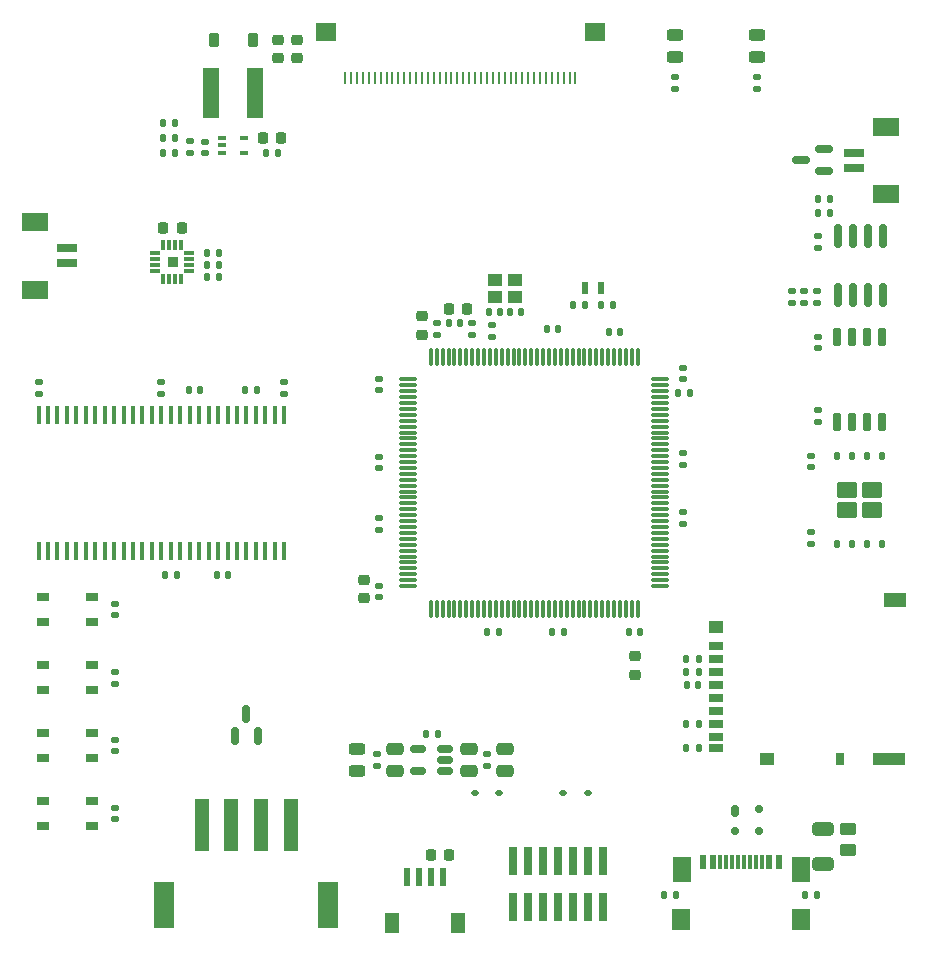
<source format=gbr>
%TF.GenerationSoftware,KiCad,Pcbnew,8.0.1*%
%TF.CreationDate,2024-05-16T14:55:53+07:00*%
%TF.ProjectId,H743_LCD_dev,48373433-5f4c-4434-945f-6465762e6b69,rev?*%
%TF.SameCoordinates,Original*%
%TF.FileFunction,Paste,Top*%
%TF.FilePolarity,Positive*%
%FSLAX46Y46*%
G04 Gerber Fmt 4.6, Leading zero omitted, Abs format (unit mm)*
G04 Created by KiCad (PCBNEW 8.0.1) date 2024-05-16 14:55:53*
%MOMM*%
%LPD*%
G01*
G04 APERTURE LIST*
G04 Aperture macros list*
%AMRoundRect*
0 Rectangle with rounded corners*
0 $1 Rounding radius*
0 $2 $3 $4 $5 $6 $7 $8 $9 X,Y pos of 4 corners*
0 Add a 4 corners polygon primitive as box body*
4,1,4,$2,$3,$4,$5,$6,$7,$8,$9,$2,$3,0*
0 Add four circle primitives for the rounded corners*
1,1,$1+$1,$2,$3*
1,1,$1+$1,$4,$5*
1,1,$1+$1,$6,$7*
1,1,$1+$1,$8,$9*
0 Add four rect primitives between the rounded corners*
20,1,$1+$1,$2,$3,$4,$5,0*
20,1,$1+$1,$4,$5,$6,$7,0*
20,1,$1+$1,$6,$7,$8,$9,0*
20,1,$1+$1,$8,$9,$2,$3,0*%
G04 Aperture macros list end*
%ADD10C,0.010000*%
%ADD11RoundRect,0.150000X0.587500X0.150000X-0.587500X0.150000X-0.587500X-0.150000X0.587500X-0.150000X0*%
%ADD12RoundRect,0.225000X-0.225000X-0.250000X0.225000X-0.250000X0.225000X0.250000X-0.225000X0.250000X0*%
%ADD13R,1.400000X4.200000*%
%ADD14RoundRect,0.140000X0.140000X0.170000X-0.140000X0.170000X-0.140000X-0.170000X0.140000X-0.170000X0*%
%ADD15RoundRect,0.250000X0.650000X-0.325000X0.650000X0.325000X-0.650000X0.325000X-0.650000X-0.325000X0*%
%ADD16RoundRect,0.135000X0.135000X0.185000X-0.135000X0.185000X-0.135000X-0.185000X0.135000X-0.185000X0*%
%ADD17RoundRect,0.135000X0.185000X-0.135000X0.185000X0.135000X-0.185000X0.135000X-0.185000X-0.135000X0*%
%ADD18RoundRect,0.140000X0.170000X-0.140000X0.170000X0.140000X-0.170000X0.140000X-0.170000X-0.140000X0*%
%ADD19RoundRect,0.135000X-0.185000X0.135000X-0.185000X-0.135000X0.185000X-0.135000X0.185000X0.135000X0*%
%ADD20R,0.600000X1.550000*%
%ADD21R,1.200000X1.800000*%
%ADD22R,1.200000X0.700000*%
%ADD23R,0.800000X1.000000*%
%ADD24R,1.200000X1.000000*%
%ADD25R,2.800000X1.000000*%
%ADD26R,1.900000X1.300000*%
%ADD27RoundRect,0.140000X-0.140000X-0.170000X0.140000X-0.170000X0.140000X0.170000X-0.140000X0.170000X0*%
%ADD28R,0.600000X1.100000*%
%ADD29RoundRect,0.150000X0.512500X0.150000X-0.512500X0.150000X-0.512500X-0.150000X0.512500X-0.150000X0*%
%ADD30RoundRect,0.135000X-0.135000X-0.185000X0.135000X-0.185000X0.135000X0.185000X-0.135000X0.185000X0*%
%ADD31R,0.740000X2.400000*%
%ADD32RoundRect,0.243750X-0.456250X0.243750X-0.456250X-0.243750X0.456250X-0.243750X0.456250X0.243750X0*%
%ADD33RoundRect,0.150000X0.150000X-0.825000X0.150000X0.825000X-0.150000X0.825000X-0.150000X-0.825000X0*%
%ADD34RoundRect,0.140000X-0.170000X0.140000X-0.170000X-0.140000X0.170000X-0.140000X0.170000X0.140000X0*%
%ADD35RoundRect,0.250000X0.475000X-0.250000X0.475000X0.250000X-0.475000X0.250000X-0.475000X-0.250000X0*%
%ADD36RoundRect,0.100000X-0.225000X-0.100000X0.225000X-0.100000X0.225000X0.100000X-0.225000X0.100000X0*%
%ADD37RoundRect,0.225000X0.250000X-0.225000X0.250000X0.225000X-0.250000X0.225000X-0.250000X-0.225000X0*%
%ADD38R,1.050000X0.650000*%
%ADD39R,0.458000X1.510000*%
%ADD40R,0.600000X1.240000*%
%ADD41R,0.300000X1.240000*%
%ADD42RoundRect,0.112500X-0.187500X-0.112500X0.187500X-0.112500X0.187500X0.112500X-0.187500X0.112500X0*%
%ADD43R,1.150000X1.000000*%
%ADD44RoundRect,0.150000X0.150000X-0.587500X0.150000X0.587500X-0.150000X0.587500X-0.150000X-0.587500X0*%
%ADD45R,1.800000X0.700000*%
%ADD46R,2.200000X1.600000*%
%ADD47RoundRect,0.018900X0.411100X0.116100X-0.411100X0.116100X-0.411100X-0.116100X0.411100X-0.116100X0*%
%ADD48RoundRect,0.018900X-0.116100X0.411100X-0.116100X-0.411100X0.116100X-0.411100X0.116100X0.411100X0*%
%ADD49RoundRect,0.018900X-0.411100X-0.116100X0.411100X-0.116100X0.411100X0.116100X-0.411100X0.116100X0*%
%ADD50RoundRect,0.018900X0.116100X-0.411100X0.116100X0.411100X-0.116100X0.411100X-0.116100X-0.411100X0*%
%ADD51RoundRect,0.250000X0.450000X-0.262500X0.450000X0.262500X-0.450000X0.262500X-0.450000X-0.262500X0*%
%ADD52RoundRect,0.225000X0.225000X0.375000X-0.225000X0.375000X-0.225000X-0.375000X0.225000X-0.375000X0*%
%ADD53RoundRect,0.250000X0.615000X-0.435000X0.615000X0.435000X-0.615000X0.435000X-0.615000X-0.435000X0*%
%ADD54RoundRect,0.125000X0.125000X-0.200000X0.125000X0.200000X-0.125000X0.200000X-0.125000X-0.200000X0*%
%ADD55RoundRect,0.150000X0.150000X-0.650000X0.150000X0.650000X-0.150000X0.650000X-0.150000X-0.650000X0*%
%ADD56R,0.250000X1.100000*%
%ADD57R,1.700000X1.500000*%
%ADD58RoundRect,0.225000X-0.250000X0.225000X-0.250000X-0.225000X0.250000X-0.225000X0.250000X0.225000X0*%
%ADD59RoundRect,0.175000X-0.175000X-0.325000X0.175000X-0.325000X0.175000X0.325000X-0.175000X0.325000X0*%
%ADD60RoundRect,0.150000X-0.200000X-0.150000X0.200000X-0.150000X0.200000X0.150000X-0.200000X0.150000X0*%
%ADD61RoundRect,0.075000X-0.075000X0.662500X-0.075000X-0.662500X0.075000X-0.662500X0.075000X0.662500X0*%
%ADD62RoundRect,0.075000X-0.662500X0.075000X-0.662500X-0.075000X0.662500X-0.075000X0.662500X0.075000X0*%
%ADD63R,1.300000X4.500000*%
%ADD64R,1.800000X3.900000*%
G04 APERTURE END LIST*
D10*
%TO.C,U6*%
X120185500Y-69364900D02*
X119407500Y-69364900D01*
X119407500Y-68586900D01*
X120185500Y-68586900D01*
X120185500Y-69364900D01*
G36*
X120185500Y-69364900D02*
G01*
X119407500Y-69364900D01*
X119407500Y-68586900D01*
X120185500Y-68586900D01*
X120185500Y-69364900D01*
G37*
%TD*%
D11*
%TO.C,D7*%
X174952900Y-61316150D03*
X174952900Y-59416150D03*
X173077900Y-60366150D03*
%TD*%
D12*
%TO.C,C50*%
X141710100Y-119176800D03*
X143260100Y-119176800D03*
%TD*%
D13*
%TO.C,L2*%
X126807800Y-54690800D03*
X123107800Y-54690800D03*
%TD*%
D14*
%TO.C,C40*%
X147575100Y-73185700D03*
X146615100Y-73185700D03*
%TD*%
D15*
%TO.C,C43*%
X174879000Y-119915200D03*
X174879000Y-116965200D03*
%TD*%
D16*
%TO.C,R19*%
X163679600Y-80111600D03*
X162659600Y-80111600D03*
%TD*%
D17*
%TO.C,R31*%
X173329600Y-72493600D03*
X173329600Y-71473600D03*
%TD*%
D18*
%TO.C,C28*%
X114960400Y-116177000D03*
X114960400Y-115217000D03*
%TD*%
D19*
%TO.C,R1*%
X174472600Y-81485800D03*
X174472600Y-82505800D03*
%TD*%
D20*
%TO.C,J5*%
X139710100Y-121063000D03*
X140710100Y-121063000D03*
X141710100Y-121063000D03*
X142710100Y-121063000D03*
D21*
X138410100Y-124938000D03*
X144010100Y-124938000D03*
%TD*%
D16*
%TO.C,R15*%
X123758503Y-69225900D03*
X122738503Y-69225900D03*
%TD*%
D17*
%TO.C,R23*%
X169353866Y-54358000D03*
X169353866Y-53338000D03*
%TD*%
D22*
%TO.C,J1*%
X165862000Y-101475000D03*
X165862000Y-102575000D03*
X165862000Y-103675000D03*
X165862000Y-104775000D03*
X165862000Y-105875000D03*
X165862000Y-106975000D03*
X165862000Y-108075000D03*
X165862000Y-109175000D03*
X165862000Y-110125000D03*
D23*
X176362000Y-111075000D03*
D24*
X170162000Y-111075000D03*
D25*
X180512000Y-111075000D03*
D24*
X165862000Y-99925000D03*
D26*
X180962000Y-97575000D03*
%TD*%
D27*
%TO.C,C10*%
X151539000Y-74650600D03*
X152499000Y-74650600D03*
%TD*%
D18*
%TO.C,C27*%
X114960400Y-110419667D03*
X114960400Y-109459667D03*
%TD*%
D28*
%TO.C,Y2*%
X154737700Y-71215200D03*
X156137700Y-71215200D03*
%TD*%
D29*
%TO.C,U8*%
X142921300Y-112081600D03*
X142921300Y-111131600D03*
X142921300Y-110181600D03*
X140646300Y-110181600D03*
X140646300Y-112081600D03*
%TD*%
D30*
%TO.C,R16*%
X122738503Y-70232501D03*
X123758503Y-70232501D03*
%TD*%
D31*
%TO.C,J7*%
X156235400Y-119735600D03*
X156235400Y-123635600D03*
X154965400Y-119735600D03*
X154965400Y-123635600D03*
X153695400Y-119735600D03*
X153695400Y-123635600D03*
X152425400Y-119735600D03*
X152425400Y-123635600D03*
X151155400Y-119735600D03*
X151155400Y-123635600D03*
X149885400Y-119735600D03*
X149885400Y-123635600D03*
X148615400Y-119735600D03*
X148615400Y-123635600D03*
%TD*%
D32*
%TO.C,D4*%
X135483700Y-110214100D03*
X135483700Y-112089100D03*
%TD*%
D17*
%TO.C,R22*%
X146439600Y-111641600D03*
X146439600Y-110621600D03*
%TD*%
D33*
%TO.C,U7*%
X176146000Y-71766200D03*
X177416000Y-71766200D03*
X178686000Y-71766200D03*
X179956000Y-71766200D03*
X179956000Y-66816200D03*
X178686000Y-66816200D03*
X177416000Y-66816200D03*
X176146000Y-66816200D03*
%TD*%
D34*
%TO.C,C8*%
X163042600Y-90194400D03*
X163042600Y-91154400D03*
%TD*%
D16*
%TO.C,R28*%
X120015000Y-57215640D03*
X118995000Y-57215640D03*
%TD*%
D35*
%TO.C,C44*%
X138665900Y-112081600D03*
X138665900Y-110181600D03*
%TD*%
D18*
%TO.C,C14*%
X137312400Y-79857600D03*
X137312400Y-78897600D03*
%TD*%
D17*
%TO.C,R25*%
X121320440Y-59745400D03*
X121320440Y-58725400D03*
%TD*%
D14*
%TO.C,C5*%
X147433800Y-100326200D03*
X146473800Y-100326200D03*
%TD*%
D18*
%TO.C,C2*%
X118887100Y-80138600D03*
X118887100Y-79178600D03*
%TD*%
D14*
%TO.C,C38*%
X124567100Y-95478600D03*
X123607100Y-95478600D03*
%TD*%
D12*
%TO.C,C23*%
X119046500Y-66117701D03*
X120596500Y-66117701D03*
%TD*%
D16*
%TO.C,R14*%
X123758503Y-68225900D03*
X122738503Y-68225900D03*
%TD*%
D18*
%TO.C,C15*%
X137302100Y-86424400D03*
X137302100Y-85464400D03*
%TD*%
D36*
%TO.C,U5*%
X124007800Y-58445400D03*
X124007800Y-59095400D03*
X124007800Y-59745400D03*
X125907800Y-59745400D03*
X125907800Y-58445400D03*
%TD*%
D18*
%TO.C,C9*%
X145203800Y-75130600D03*
X145203800Y-74170600D03*
%TD*%
D14*
%TO.C,C7*%
X159433800Y-100326200D03*
X158473800Y-100326200D03*
%TD*%
D27*
%TO.C,C39*%
X148365100Y-73185700D03*
X149325100Y-73185700D03*
%TD*%
D34*
%TO.C,C13*%
X163042600Y-85194400D03*
X163042600Y-86154400D03*
%TD*%
D18*
%TO.C,C12*%
X163042600Y-78924400D03*
X163042600Y-77964400D03*
%TD*%
%TO.C,C1*%
X108487100Y-80138600D03*
X108487100Y-79178600D03*
%TD*%
D37*
%TO.C,C46*%
X130352800Y-51722800D03*
X130352800Y-50172800D03*
%TD*%
D18*
%TO.C,C49*%
X122574120Y-59745400D03*
X122574120Y-58785400D03*
%TD*%
D16*
%TO.C,R12*%
X174425300Y-122581900D03*
X173405300Y-122581900D03*
%TD*%
%TO.C,R29*%
X128771400Y-59745400D03*
X127751400Y-59745400D03*
%TD*%
D38*
%TO.C,SW3*%
X113030000Y-111014667D03*
X108880000Y-111014667D03*
X113030000Y-108864667D03*
X108880000Y-108864667D03*
%TD*%
D35*
%TO.C,C45*%
X147977500Y-112081600D03*
X147977500Y-110181600D03*
%TD*%
D39*
%TO.C,U2*%
X129287100Y-81924400D03*
X128487100Y-81924400D03*
X127687100Y-81924400D03*
X126887100Y-81924400D03*
X126087100Y-81924400D03*
X125287100Y-81924400D03*
X124487100Y-81924400D03*
X123687100Y-81924400D03*
X122887100Y-81924400D03*
X122087100Y-81924400D03*
X121287100Y-81924400D03*
X120487100Y-81924400D03*
X119687100Y-81924400D03*
X118887100Y-81924400D03*
X118087100Y-81924400D03*
X117287100Y-81924400D03*
X116487100Y-81924400D03*
X115687100Y-81924400D03*
X114887100Y-81924400D03*
X114087100Y-81924400D03*
X113287100Y-81924400D03*
X112487100Y-81924400D03*
X111687100Y-81924400D03*
X110887100Y-81924400D03*
X110087100Y-81924400D03*
X109287100Y-81924400D03*
X108487100Y-81924400D03*
X108487100Y-93424400D03*
X109287100Y-93424400D03*
X110087100Y-93424400D03*
X110887100Y-93424400D03*
X111687100Y-93424400D03*
X112487100Y-93424400D03*
X113287100Y-93424400D03*
X114087100Y-93424400D03*
X114887100Y-93424400D03*
X115687100Y-93424400D03*
X116487100Y-93424400D03*
X117287100Y-93424400D03*
X118087100Y-93424400D03*
X118887100Y-93424400D03*
X119687100Y-93424400D03*
X120487100Y-93424400D03*
X121287100Y-93424400D03*
X122087100Y-93424400D03*
X122887100Y-93424400D03*
X123687100Y-93424400D03*
X124487100Y-93424400D03*
X125287100Y-93424400D03*
X126087100Y-93424400D03*
X126887100Y-93424400D03*
X127687100Y-93424400D03*
X128487100Y-93424400D03*
X129287100Y-93424400D03*
%TD*%
D40*
%TO.C,J4*%
X164771700Y-119826900D03*
X165571700Y-119826900D03*
D41*
X166721700Y-119826900D03*
X167721700Y-119826900D03*
X168221700Y-119826900D03*
X169221700Y-119826900D03*
D40*
X170371700Y-119826900D03*
X171171700Y-119826900D03*
X171171700Y-119826900D03*
X170371700Y-119826900D03*
D41*
X169721700Y-119826900D03*
X168721700Y-119826900D03*
X167221700Y-119826900D03*
X166221700Y-119826900D03*
D40*
X165571700Y-119826900D03*
X164771700Y-119826900D03*
%TD*%
D14*
%TO.C,C37*%
X120167100Y-95478600D03*
X119207100Y-95478600D03*
%TD*%
%TO.C,C3*%
X122167100Y-79857600D03*
X121207100Y-79857600D03*
%TD*%
D42*
%TO.C,D10*%
X152899400Y-113976400D03*
X154999400Y-113976400D03*
%TD*%
D32*
%TO.C,D6*%
X162382200Y-49786300D03*
X162382200Y-51661300D03*
%TD*%
D12*
%TO.C,C26*%
X143233200Y-72923400D03*
X144783200Y-72923400D03*
%TD*%
D38*
%TO.C,SW1*%
X113030000Y-99500000D03*
X108880000Y-99500000D03*
X113030000Y-97350000D03*
X108880000Y-97350000D03*
%TD*%
D43*
%TO.C,Y1*%
X147095100Y-71915200D03*
X148845100Y-71915200D03*
X148845100Y-70515200D03*
X147095100Y-70515200D03*
%TD*%
D19*
%TO.C,R2*%
X173913800Y-91870400D03*
X173913800Y-92890400D03*
%TD*%
D44*
%TO.C,D9*%
X125135600Y-109141500D03*
X127035600Y-109141500D03*
X126085600Y-107266500D03*
%TD*%
D38*
%TO.C,SW4*%
X113030000Y-116772000D03*
X108880000Y-116772000D03*
X113030000Y-114622000D03*
X108880000Y-114622000D03*
%TD*%
D19*
%TO.C,R17*%
X146913600Y-74318400D03*
X146913600Y-75338400D03*
%TD*%
D16*
%TO.C,R26*%
X120015000Y-59740800D03*
X118995000Y-59740800D03*
%TD*%
D17*
%TO.C,R21*%
X137129300Y-111641600D03*
X137129300Y-110621600D03*
%TD*%
D30*
%TO.C,R8*%
X163345400Y-103675000D03*
X164365400Y-103675000D03*
%TD*%
D18*
%TO.C,C4*%
X142189200Y-75130600D03*
X142189200Y-74170600D03*
%TD*%
D45*
%TO.C,J6*%
X177497800Y-61016150D03*
X177497800Y-59766150D03*
D46*
X180197800Y-63266150D03*
X180197800Y-57516150D03*
%TD*%
D47*
%TO.C,U6*%
X121231500Y-69725900D03*
X121231500Y-69225900D03*
X121231500Y-68725900D03*
X121231500Y-68225900D03*
D48*
X120546500Y-67540900D03*
X120046500Y-67540900D03*
X119546500Y-67540900D03*
X119046500Y-67540900D03*
D49*
X118361500Y-68225900D03*
X118361500Y-68725900D03*
X118361500Y-69225900D03*
X118361500Y-69725900D03*
D50*
X119046500Y-70410900D03*
X119546500Y-70410900D03*
X120046500Y-70410900D03*
X120546500Y-70410900D03*
%TD*%
D14*
%TO.C,C41*%
X154737700Y-72612200D03*
X153777700Y-72612200D03*
%TD*%
D30*
%TO.C,R20*%
X141273800Y-108921800D03*
X142293800Y-108921800D03*
%TD*%
D27*
%TO.C,C25*%
X143233200Y-74168000D03*
X144193200Y-74168000D03*
%TD*%
D34*
%TO.C,C21*%
X173913800Y-85390400D03*
X173913800Y-86350400D03*
%TD*%
D37*
%TO.C,C19*%
X140970000Y-75130600D03*
X140970000Y-73580600D03*
%TD*%
D30*
%TO.C,R7*%
X163345400Y-108075000D03*
X164365400Y-108075000D03*
%TD*%
D17*
%TO.C,R30*%
X174371000Y-72493600D03*
X174371000Y-71473600D03*
%TD*%
D51*
%TO.C,R13*%
X176987200Y-118790200D03*
X176987200Y-116965200D03*
%TD*%
D17*
%TO.C,R32*%
X172288200Y-72493600D03*
X172288200Y-71473600D03*
%TD*%
D30*
%TO.C,R9*%
X163345400Y-102575000D03*
X164365400Y-102575000D03*
%TD*%
D52*
%TO.C,D8*%
X126620900Y-50172800D03*
X123320900Y-50172800D03*
%TD*%
D16*
%TO.C,R10*%
X164365400Y-110109000D03*
X163345400Y-110109000D03*
%TD*%
D53*
%TO.C,U1*%
X176911000Y-89990400D03*
X179061000Y-89990400D03*
X176911000Y-88290400D03*
X179061000Y-88290400D03*
D54*
X176081000Y-92890400D03*
X177351000Y-92890400D03*
X178621000Y-92890400D03*
X179891000Y-92890400D03*
X179891000Y-85390400D03*
X178621000Y-85390400D03*
X177351000Y-85390400D03*
X176081000Y-85390400D03*
%TD*%
D55*
%TO.C,U9*%
X176081000Y-82505800D03*
X177351000Y-82505800D03*
X178621000Y-82505800D03*
X179891000Y-82505800D03*
X179891000Y-75305800D03*
X178621000Y-75305800D03*
X177351000Y-75305800D03*
X176081000Y-75305800D03*
%TD*%
D14*
%TO.C,C6*%
X152933800Y-100326200D03*
X151973800Y-100326200D03*
%TD*%
D56*
%TO.C,J2*%
X153947300Y-53421500D03*
X153447300Y-53421500D03*
X152947300Y-53421500D03*
X152447300Y-53421500D03*
X151947300Y-53421500D03*
X151447300Y-53421500D03*
X150947300Y-53421500D03*
X150447300Y-53421500D03*
X149947300Y-53421500D03*
X149447300Y-53421500D03*
X148947300Y-53421500D03*
X148447300Y-53421500D03*
X147947300Y-53421500D03*
X147447300Y-53421500D03*
X146947300Y-53421500D03*
X146447300Y-53421500D03*
X145947300Y-53421500D03*
X145447300Y-53421500D03*
X144947300Y-53421500D03*
X144447300Y-53421500D03*
X143947300Y-53421500D03*
X143447300Y-53421500D03*
X142947300Y-53421500D03*
X142447300Y-53421500D03*
X141947300Y-53421500D03*
X141447300Y-53421500D03*
X140947300Y-53421500D03*
X140447300Y-53421500D03*
X139947300Y-53421500D03*
X139447300Y-53421500D03*
X138947300Y-53421500D03*
X138447300Y-53421500D03*
X137947300Y-53421500D03*
X137447300Y-53421500D03*
X136947300Y-53421500D03*
X136447300Y-53421500D03*
X135947300Y-53421500D03*
X135447300Y-53421500D03*
X134947300Y-53421500D03*
X134447300Y-53421500D03*
D57*
X155597300Y-49521500D03*
X132797300Y-49521500D03*
%TD*%
D30*
%TO.C,R11*%
X161441900Y-122581900D03*
X162461900Y-122581900D03*
%TD*%
%TO.C,R6*%
X174472600Y-64846200D03*
X175492600Y-64846200D03*
%TD*%
D37*
%TO.C,C47*%
X128752600Y-51722800D03*
X128752600Y-50172800D03*
%TD*%
D16*
%TO.C,R27*%
X120015000Y-58478220D03*
X118995000Y-58478220D03*
%TD*%
D30*
%TO.C,R5*%
X174472600Y-63627000D03*
X175492600Y-63627000D03*
%TD*%
D34*
%TO.C,C22*%
X174472600Y-75305800D03*
X174472600Y-76265800D03*
%TD*%
D18*
%TO.C,C24*%
X114960400Y-98905000D03*
X114960400Y-97945000D03*
%TD*%
D27*
%TO.C,C11*%
X156771400Y-74879200D03*
X157731400Y-74879200D03*
%TD*%
D17*
%TO.C,R18*%
X114960400Y-104699000D03*
X114960400Y-103679000D03*
%TD*%
D35*
%TO.C,C30*%
X144901700Y-112081600D03*
X144901700Y-110181600D03*
%TD*%
D18*
%TO.C,C29*%
X129287100Y-80138600D03*
X129287100Y-79178600D03*
%TD*%
D58*
%TO.C,C34*%
X136017000Y-95924400D03*
X136017000Y-97474400D03*
%TD*%
D27*
%TO.C,C42*%
X156137700Y-72612200D03*
X157097700Y-72612200D03*
%TD*%
D42*
%TO.C,D3*%
X145412100Y-113976400D03*
X147512100Y-113976400D03*
%TD*%
D14*
%TO.C,C18*%
X164335400Y-104775000D03*
X163375400Y-104775000D03*
%TD*%
%TO.C,C36*%
X126967100Y-79857600D03*
X126007100Y-79857600D03*
%TD*%
D45*
%TO.C,J8*%
X110893900Y-67831500D03*
X110893900Y-69081500D03*
D46*
X108193900Y-65581500D03*
X108193900Y-71331500D03*
%TD*%
D34*
%TO.C,C20*%
X174472600Y-66816200D03*
X174472600Y-67776200D03*
%TD*%
%TO.C,C17*%
X137302100Y-96424400D03*
X137302100Y-97384400D03*
%TD*%
D18*
%TO.C,C16*%
X137302100Y-91654400D03*
X137302100Y-90694400D03*
%TD*%
D17*
%TO.C,R24*%
X162382200Y-54358000D03*
X162382200Y-53338000D03*
%TD*%
D59*
%TO.C,D2*%
X167471700Y-115481900D03*
D60*
X167471700Y-117181900D03*
X169471700Y-117181900D03*
X169471700Y-115281900D03*
%TD*%
D32*
%TO.C,D5*%
X169353866Y-49786300D03*
X169353866Y-51661300D03*
%TD*%
D61*
%TO.C,U4*%
X159203800Y-77011900D03*
X158703800Y-77011900D03*
X158203800Y-77011900D03*
X157703800Y-77011900D03*
X157203800Y-77011900D03*
X156703800Y-77011900D03*
X156203800Y-77011900D03*
X155703800Y-77011900D03*
X155203800Y-77011900D03*
X154703800Y-77011900D03*
X154203800Y-77011900D03*
X153703800Y-77011900D03*
X153203800Y-77011900D03*
X152703800Y-77011900D03*
X152203800Y-77011900D03*
X151703800Y-77011900D03*
X151203800Y-77011900D03*
X150703800Y-77011900D03*
X150203800Y-77011900D03*
X149703800Y-77011900D03*
X149203800Y-77011900D03*
X148703800Y-77011900D03*
X148203800Y-77011900D03*
X147703800Y-77011900D03*
X147203800Y-77011900D03*
X146703800Y-77011900D03*
X146203800Y-77011900D03*
X145703800Y-77011900D03*
X145203800Y-77011900D03*
X144703800Y-77011900D03*
X144203800Y-77011900D03*
X143703800Y-77011900D03*
X143203800Y-77011900D03*
X142703800Y-77011900D03*
X142203800Y-77011900D03*
X141703800Y-77011900D03*
D62*
X139791300Y-78924400D03*
X139791300Y-79424400D03*
X139791300Y-79924400D03*
X139791300Y-80424400D03*
X139791300Y-80924400D03*
X139791300Y-81424400D03*
X139791300Y-81924400D03*
X139791300Y-82424400D03*
X139791300Y-82924400D03*
X139791300Y-83424400D03*
X139791300Y-83924400D03*
X139791300Y-84424400D03*
X139791300Y-84924400D03*
X139791300Y-85424400D03*
X139791300Y-85924400D03*
X139791300Y-86424400D03*
X139791300Y-86924400D03*
X139791300Y-87424400D03*
X139791300Y-87924400D03*
X139791300Y-88424400D03*
X139791300Y-88924400D03*
X139791300Y-89424400D03*
X139791300Y-89924400D03*
X139791300Y-90424400D03*
X139791300Y-90924400D03*
X139791300Y-91424400D03*
X139791300Y-91924400D03*
X139791300Y-92424400D03*
X139791300Y-92924400D03*
X139791300Y-93424400D03*
X139791300Y-93924400D03*
X139791300Y-94424400D03*
X139791300Y-94924400D03*
X139791300Y-95424400D03*
X139791300Y-95924400D03*
X139791300Y-96424400D03*
D61*
X141703800Y-98336900D03*
X142203800Y-98336900D03*
X142703800Y-98336900D03*
X143203800Y-98336900D03*
X143703800Y-98336900D03*
X144203800Y-98336900D03*
X144703800Y-98336900D03*
X145203800Y-98336900D03*
X145703800Y-98336900D03*
X146203800Y-98336900D03*
X146703800Y-98336900D03*
X147203800Y-98336900D03*
X147703800Y-98336900D03*
X148203800Y-98336900D03*
X148703800Y-98336900D03*
X149203800Y-98336900D03*
X149703800Y-98336900D03*
X150203800Y-98336900D03*
X150703800Y-98336900D03*
X151203800Y-98336900D03*
X151703800Y-98336900D03*
X152203800Y-98336900D03*
X152703800Y-98336900D03*
X153203800Y-98336900D03*
X153703800Y-98336900D03*
X154203800Y-98336900D03*
X154703800Y-98336900D03*
X155203800Y-98336900D03*
X155703800Y-98336900D03*
X156203800Y-98336900D03*
X156703800Y-98336900D03*
X157203800Y-98336900D03*
X157703800Y-98336900D03*
X158203800Y-98336900D03*
X158703800Y-98336900D03*
X159203800Y-98336900D03*
D62*
X161116300Y-96424400D03*
X161116300Y-95924400D03*
X161116300Y-95424400D03*
X161116300Y-94924400D03*
X161116300Y-94424400D03*
X161116300Y-93924400D03*
X161116300Y-93424400D03*
X161116300Y-92924400D03*
X161116300Y-92424400D03*
X161116300Y-91924400D03*
X161116300Y-91424400D03*
X161116300Y-90924400D03*
X161116300Y-90424400D03*
X161116300Y-89924400D03*
X161116300Y-89424400D03*
X161116300Y-88924400D03*
X161116300Y-88424400D03*
X161116300Y-87924400D03*
X161116300Y-87424400D03*
X161116300Y-86924400D03*
X161116300Y-86424400D03*
X161116300Y-85924400D03*
X161116300Y-85424400D03*
X161116300Y-84924400D03*
X161116300Y-84424400D03*
X161116300Y-83924400D03*
X161116300Y-83424400D03*
X161116300Y-82924400D03*
X161116300Y-82424400D03*
X161116300Y-81924400D03*
X161116300Y-81424400D03*
X161116300Y-80924400D03*
X161116300Y-80424400D03*
X161116300Y-79924400D03*
X161116300Y-79424400D03*
X161116300Y-78924400D03*
%TD*%
D58*
%TO.C,C35*%
X158953200Y-102374400D03*
X158953200Y-103924400D03*
%TD*%
D38*
%TO.C,SW2*%
X113030000Y-105257334D03*
X108880000Y-105257334D03*
X113030000Y-103107334D03*
X108880000Y-103107334D03*
%TD*%
D12*
%TO.C,C48*%
X127486400Y-58445400D03*
X129036400Y-58445400D03*
%TD*%
D63*
%TO.C,J9*%
X122319800Y-116644000D03*
X124819800Y-116644000D03*
X127319800Y-116644000D03*
X129819800Y-116644000D03*
D64*
X119119800Y-123444000D03*
X133019800Y-123444000D03*
%TD*%
G36*
X163685700Y-119397086D02*
G01*
X163685700Y-121455314D01*
X163685114Y-121455900D01*
X162184286Y-121455900D01*
X162183700Y-121455314D01*
X162183700Y-119397086D01*
X162184286Y-119396500D01*
X163685114Y-119396500D01*
X163685700Y-119397086D01*
G37*
G36*
X173796300Y-119397086D02*
G01*
X173796300Y-121455314D01*
X173795714Y-121455900D01*
X172294886Y-121455900D01*
X172294300Y-121455314D01*
X172294300Y-119397086D01*
X172294886Y-119396500D01*
X173795714Y-119396500D01*
X173796300Y-119397086D01*
G37*
G36*
X173796300Y-123740486D02*
G01*
X173796300Y-125519314D01*
X173795714Y-125519900D01*
X172294886Y-125519900D01*
X172294300Y-125519314D01*
X172294300Y-123740486D01*
X172294886Y-123739900D01*
X173795714Y-123739900D01*
X173796300Y-123740486D01*
G37*
G36*
X163660300Y-123740486D02*
G01*
X163660300Y-125519314D01*
X163659714Y-125519900D01*
X162158886Y-125519900D01*
X162158300Y-125519314D01*
X162158300Y-123740486D01*
X162158886Y-123739900D01*
X163659714Y-123739900D01*
X163660300Y-123740486D01*
G37*
M02*

</source>
